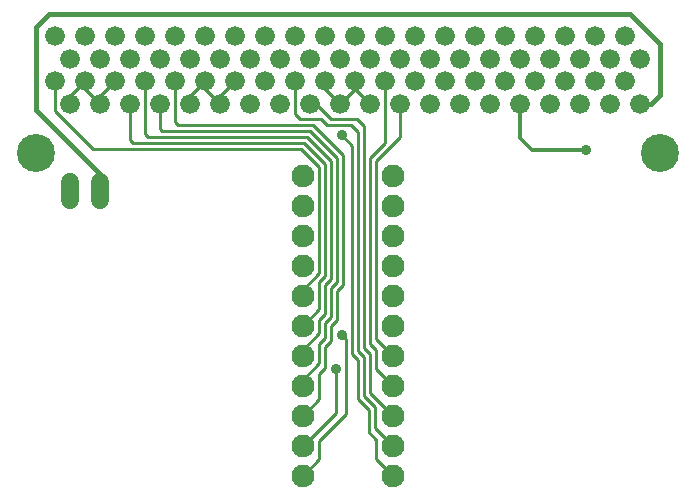
<source format=gbr>
G04 EAGLE Gerber RS-274X export*
G75*
%MOMM*%
%FSLAX34Y34*%
%LPD*%
%INBottom Copper*%
%IPPOS*%
%AMOC8*
5,1,8,0,0,1.08239X$1,22.5*%
G01*
%ADD10C,1.676400*%
%ADD11C,1.930400*%
%ADD12C,1.508000*%
%ADD13C,3.216000*%
%ADD14C,0.254000*%
%ADD15C,0.906400*%
%ADD16C,0.304800*%
%ADD17C,0.406400*%


D10*
X-247650Y-46800D03*
X-234950Y-65900D03*
X-222250Y-46800D03*
X-209550Y-65900D03*
X-196850Y-46800D03*
X-184150Y-65900D03*
X-171450Y-46800D03*
X-158750Y-65900D03*
X-146050Y-46800D03*
X-133350Y-65900D03*
X-120650Y-46800D03*
X-107950Y-65900D03*
X-95250Y-46800D03*
X-82550Y-65900D03*
X-69850Y-46800D03*
X-57150Y-65900D03*
X-44450Y-46800D03*
X-31750Y-65900D03*
X-19050Y-46800D03*
X-6350Y-65900D03*
X6350Y-46800D03*
X19050Y-65900D03*
X31750Y-46800D03*
X44450Y-65900D03*
X57150Y-46800D03*
X69850Y-65900D03*
X82550Y-46800D03*
X95250Y-65900D03*
X107950Y-46800D03*
X120650Y-65900D03*
X133350Y-46800D03*
X146050Y-65900D03*
X158750Y-46800D03*
X171450Y-65900D03*
X184150Y-46800D03*
X196850Y-65900D03*
X209550Y-46800D03*
X222250Y-65900D03*
X234950Y-46800D03*
X247650Y-65900D03*
X247650Y-27800D03*
X234950Y-8700D03*
X222250Y-27800D03*
X209550Y-8700D03*
X196850Y-27800D03*
X184150Y-8700D03*
X171450Y-27800D03*
X158750Y-8700D03*
X146050Y-27800D03*
X133350Y-8700D03*
X120650Y-27800D03*
X107950Y-8700D03*
X95250Y-27800D03*
X82550Y-8700D03*
X69850Y-27800D03*
X57150Y-8700D03*
X44450Y-27800D03*
X31750Y-8700D03*
X19050Y-27800D03*
X6350Y-8700D03*
X-6350Y-27800D03*
X-19050Y-8700D03*
X-31750Y-27800D03*
X-44450Y-8700D03*
X-57150Y-27800D03*
X-69850Y-8700D03*
X-82550Y-27800D03*
X-95250Y-8700D03*
X-107950Y-27800D03*
X-120650Y-8700D03*
X-133350Y-27800D03*
X-146050Y-8700D03*
X-158750Y-27800D03*
X-171450Y-8700D03*
X-184150Y-27800D03*
X-196850Y-8700D03*
X-209550Y-27800D03*
X-222250Y-8700D03*
X-234950Y-27800D03*
X-247650Y-8700D03*
D11*
X-38100Y-127000D03*
X-38100Y-152400D03*
X-38100Y-177800D03*
X-38100Y-203200D03*
X-38100Y-228600D03*
X-38100Y-254000D03*
X-38100Y-279400D03*
X-38100Y-304800D03*
X-38100Y-330200D03*
X-38100Y-355600D03*
X-38100Y-381000D03*
X38100Y-127000D03*
X38100Y-152400D03*
X38100Y-177800D03*
X38100Y-203200D03*
X38100Y-228600D03*
X38100Y-254000D03*
X38100Y-279400D03*
X38100Y-304800D03*
X38100Y-330200D03*
X38100Y-355600D03*
X38100Y-381000D03*
D12*
X-234950Y-147240D02*
X-234950Y-132160D01*
X-209550Y-132160D02*
X-209550Y-147240D01*
D13*
X264160Y-107950D03*
X-264160Y-107950D03*
D14*
X-247650Y-72390D02*
X-247650Y-46800D01*
X-247650Y-72390D02*
X-215900Y-104140D01*
X-39370Y-104140D01*
X-24130Y-119380D01*
X-24130Y-209550D01*
X-38100Y-223520D01*
X-38100Y-228600D01*
X-234950Y-65900D02*
X-234950Y-59500D01*
X-222250Y-46800D01*
X-222250Y-53200D01*
X-209550Y-65900D01*
X-209550Y-59500D01*
X-196850Y-46800D01*
X-184150Y-65900D02*
X-184150Y-96520D01*
X-181610Y-99060D01*
X-36830Y-99060D01*
X-19050Y-116840D01*
X-19050Y-212090D01*
X-24130Y-217170D01*
X-24130Y-240030D01*
X-38100Y-254000D01*
X-171450Y-91440D02*
X-171450Y-46800D01*
X-171450Y-91440D02*
X-168910Y-93980D01*
X-34290Y-93980D01*
X-13970Y-114300D01*
X-13970Y-214630D01*
X-19050Y-219710D01*
X-19050Y-243840D01*
X-24130Y-248920D01*
X-24130Y-260350D01*
X-38100Y-274320D01*
X-38100Y-279400D01*
X-158750Y-87630D02*
X-158750Y-65900D01*
X-158750Y-87630D02*
X-157480Y-88900D01*
X-31750Y-88900D01*
X-8890Y-111760D01*
X-8890Y-217170D01*
X-13970Y-222250D01*
X-13970Y-246380D01*
X-19050Y-251460D01*
X-19050Y-264160D01*
X-24130Y-269240D01*
X-24130Y-285750D01*
X-38100Y-299720D01*
X-38100Y-304800D01*
X-146050Y-81280D02*
X-146050Y-46800D01*
X-146050Y-81280D02*
X-143510Y-83820D01*
X-29210Y-83820D01*
X-3810Y-109220D01*
X-3810Y-219710D01*
X-8890Y-224790D01*
X-8890Y-248920D01*
X-13970Y-254000D01*
X-13970Y-266700D01*
X-19050Y-271780D01*
X-19050Y-289560D01*
X-24130Y-294640D01*
X-24130Y-316230D01*
X-38100Y-330200D01*
X-133350Y-65900D02*
X-133350Y-59500D01*
X-120650Y-46800D01*
X-120650Y-53200D01*
X-107950Y-65900D01*
X-107950Y-59500D01*
X-95250Y-46800D01*
D15*
X-10160Y-290830D03*
D14*
X-10160Y-327660D01*
X-38100Y-355600D01*
D15*
X-5080Y-261620D03*
D14*
X-1270Y-265430D01*
X-1270Y-328930D02*
X-24130Y-351790D01*
X-24130Y-367030D01*
X-38100Y-381000D01*
X-1270Y-328930D02*
X-1270Y-265430D01*
X3810Y-101600D02*
X-5080Y-92710D01*
D15*
X-5080Y-92710D03*
D14*
X3810Y-101600D02*
X3810Y-278130D01*
X8890Y-283210D01*
X24130Y-350520D02*
X24130Y-367030D01*
X38100Y-381000D01*
X8890Y-316230D02*
X8890Y-283210D01*
X8890Y-316230D02*
X17780Y-325120D01*
X17780Y-344170D01*
X24130Y-350520D01*
X-44450Y-74930D02*
X-44450Y-46800D01*
X-44450Y-74930D02*
X-40640Y-78740D01*
X-22860Y-78740D01*
X8890Y-90170D02*
X8890Y-275590D01*
X13970Y-280670D01*
X13970Y-313690D01*
X22860Y-322580D01*
X22860Y-340360D01*
X38100Y-355600D01*
X8890Y-90170D02*
X2540Y-83820D01*
X-17780Y-83820D01*
X-22860Y-78740D01*
X-28080Y-65900D02*
X-31750Y-65900D01*
X19050Y-311150D02*
X38100Y-330200D01*
X13970Y-273050D02*
X13970Y-85090D01*
X13970Y-273050D02*
X19050Y-278130D01*
X19050Y-311150D01*
X13970Y-85090D02*
X7620Y-78740D01*
X-13970Y-78740D01*
X-26670Y-66040D01*
X-31610Y-66040D01*
X-31750Y-65900D01*
X6350Y-53200D02*
X19050Y-65900D01*
X6350Y-53200D02*
X6350Y-46800D01*
X6350Y-53200D02*
X-6350Y-65900D01*
X-19050Y-53200D02*
X-19050Y-46800D01*
X-19050Y-53200D02*
X-6350Y-65900D01*
X31750Y-46800D02*
X31750Y-99060D01*
X19050Y-111760D01*
X19050Y-269240D01*
X24130Y-274320D01*
X24130Y-290830D01*
X38100Y-304800D01*
X44450Y-93980D02*
X44450Y-65900D01*
X44450Y-93980D02*
X24130Y-114300D01*
X24130Y-265430D01*
X38100Y-279400D01*
D16*
X146050Y-95250D02*
X146050Y-65900D01*
X146050Y-95250D02*
X156210Y-105410D01*
X200660Y-105410D01*
D15*
X201930Y-105410D03*
D17*
X200660Y-105410D01*
X-209550Y-125730D02*
X-209550Y-139700D01*
X-264160Y-71120D02*
X-264160Y-1270D01*
X-252730Y10160D01*
X238760Y10160D01*
X264160Y-15240D01*
X264160Y-58420D01*
X256680Y-65900D01*
X247650Y-65900D01*
X-209550Y-125730D02*
X-264160Y-71120D01*
M02*

</source>
